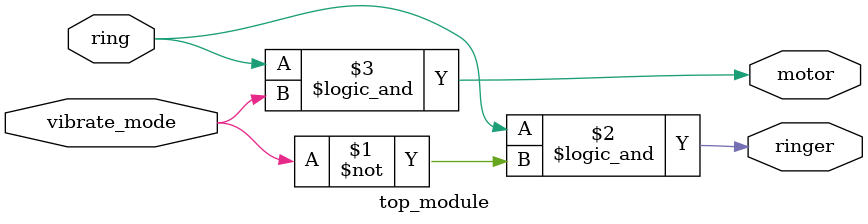
<source format=v>
module top_module (
    input ring,
    input vibrate_mode,
    output ringer,       // Make sound
    output motor         // Vibrate
);
    // simplify the circuit using truth table
    assign ringer = ring && ~vibrate_mode;
    assign motor = ring && vibrate_mode;

endmodule

</source>
